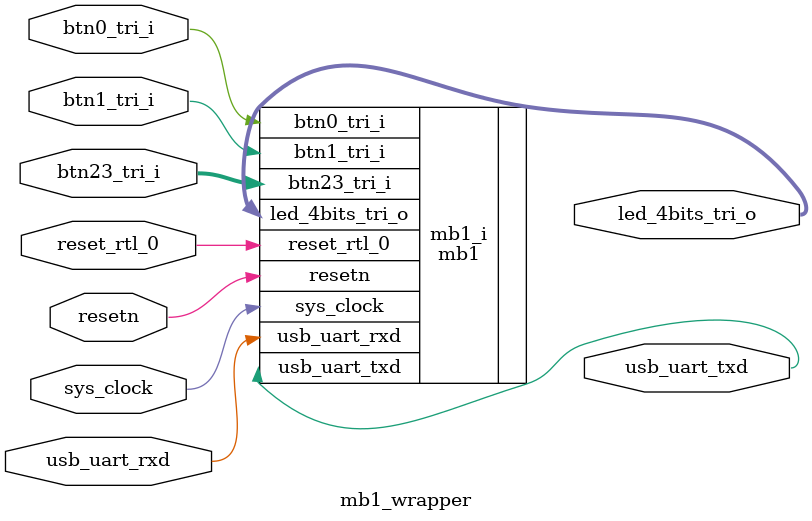
<source format=v>
`timescale 1 ps / 1 ps

module mb1_wrapper
   (btn0_tri_i,
    btn1_tri_i,
    btn23_tri_i,
    led_4bits_tri_o,
    reset_rtl_0,
    resetn,
    sys_clock,
    usb_uart_rxd,
    usb_uart_txd);
  input [0:0]btn0_tri_i;
  input [0:0]btn1_tri_i;
  input [1:0]btn23_tri_i;
  output [3:0]led_4bits_tri_o;
  input reset_rtl_0;
  input resetn;
  input sys_clock;
  input usb_uart_rxd;
  output usb_uart_txd;

  wire [0:0]btn0_tri_i;
  wire [0:0]btn1_tri_i;
  wire [1:0]btn23_tri_i;
  wire [3:0]led_4bits_tri_o;
  wire reset_rtl_0;
  wire resetn;
  wire sys_clock;
  wire usb_uart_rxd;
  wire usb_uart_txd;

  mb1 mb1_i
       (.btn0_tri_i(btn0_tri_i),
        .btn1_tri_i(btn1_tri_i),
        .btn23_tri_i(btn23_tri_i),
        .led_4bits_tri_o(led_4bits_tri_o),
        .reset_rtl_0(reset_rtl_0),
        .resetn(resetn),
        .sys_clock(sys_clock),
        .usb_uart_rxd(usb_uart_rxd),
        .usb_uart_txd(usb_uart_txd));
endmodule

</source>
